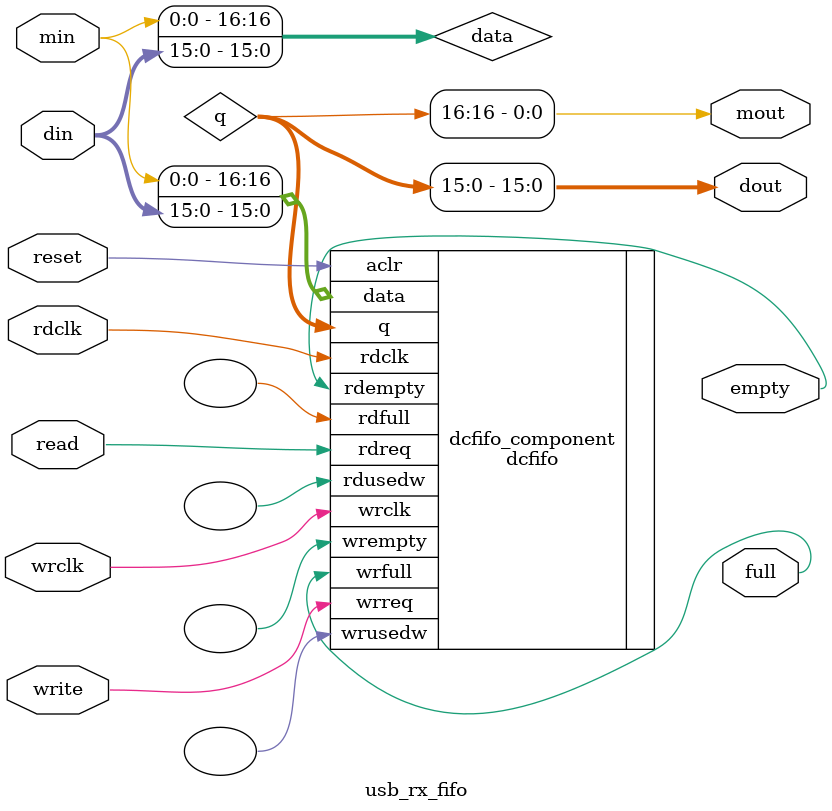
<source format=v>

`timescale 1 ns / 1 ps


module usb_rx_fifo
(
	input reset,

	input wrclk,
	input write,
	input [15:0]din,
	input min,
	output full,

	input rdclk,
	input read,
	output [15:0]dout,
	output mout,
	output empty
);

	wire [16:0]data = { min, din };
	wire [16:0]q;
	assign { mout, dout } = q;

	dcfifo	dcfifo_component
	(
		.rdclk (rdclk),
		.wrclk (wrclk),
		.wrreq (write),
		.aclr (reset),
		.data (data),
		.rdreq (read),
		.wrfull (full),
		.q (q),
		.rdempty (empty),
		.rdfull (),
		.rdusedw (),
		.wrempty (),
		.wrusedw ()
	);
	defparam
		dcfifo_component.intended_device_family = "Cyclone III",
		dcfifo_component.lpm_numwords = 512,
		dcfifo_component.lpm_showahead = "ON",
		dcfifo_component.lpm_type = "dcfifo",
		dcfifo_component.lpm_width = 17,
		dcfifo_component.lpm_widthu = 9,
		dcfifo_component.overflow_checking = "OFF",
		dcfifo_component.rdsync_delaypipe = 4,
		dcfifo_component.read_aclr_synch = "OFF",
		dcfifo_component.underflow_checking = "OFF",
		dcfifo_component.use_eab = "ON",
		dcfifo_component.write_aclr_synch = "OFF",
		dcfifo_component.wrsync_delaypipe = 4;


endmodule


// Retrieval info: LIB_FILE: altera_mf

</source>
